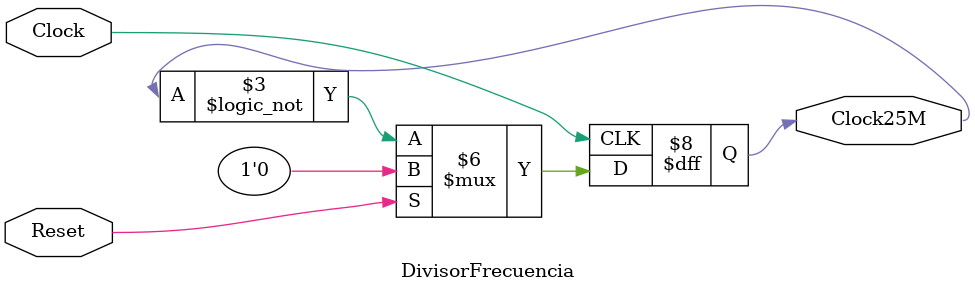
<source format=v>
module DivisorFrecuencia(
	input Clock,
	input Reset,
	output reg Clock25M=1'b0
);


always @(posedge Clock)begin
	if(Reset==1'b0)begin
		Clock25M=!Clock25M;
	end
	else begin
		Clock25M=1'b0;
	end
end





endmodule

</source>
